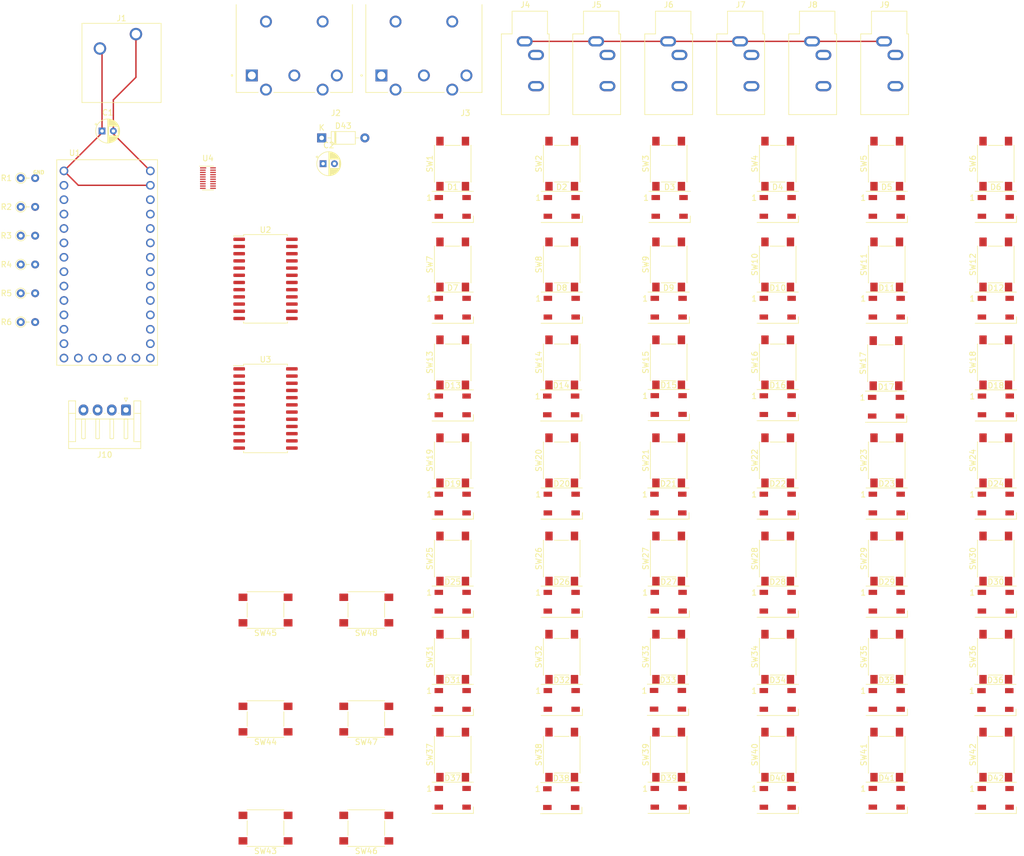
<source format=kicad_pcb>
(kicad_pcb (version 20211014) (generator pcbnew)
  (layers (0 "F.Cu" signal) (31 "B.Cu" signal) (34 "B.Paste" user) (35 "F.Paste" user) (36 "B.SilkS" user "B.Silkscreen") (37 "F.SilkS" user "F.Silkscreen") (38 "B.Mask" user) (39 "F.Mask" user) (44 "Edge.Cuts" user))
  (net 0 "")
  (net 1 "GND")
  (net 2 "Net-(D1-Pad2)")
  (net 3 "Net-(D2-Pad2)")
  (net 4 "Net-(D3-Pad2)")
  (net 5 "Net-(D4-Pad2)")
  (net 6 "Net-(D5-Pad2)")
  (net 7 "Net-(D6-Pad2)")
  (net 8 "Net-(D7-Pad2)")
  (net 9 "Net-(D8-Pad2)")
  (net 10 "Net-(D9-Pad2)")
  (net 11 "Net-(D10-Pad2)")
  (net 12 "Net-(D11-Pad2)")
  (net 13 "Net-(D12-Pad2)")
  (net 14 "Net-(D13-Pad2)")
  (net 15 "Net-(D14-Pad2)")
  (net 16 "Net-(D15-Pad2)")
  (net 17 "Net-(D16-Pad2)")
  (net 18 "Net-(D17-Pad2)")
  (net 19 "Net-(D18-Pad2)")
  (net 20 "Net-(D19-Pad2)")
  (net 21 "Net-(D20-Pad2)")
  (net 22 "Net-(D21-Pad2)")
  (net 23 "Net-(D22-Pad2)")
  (net 24 "Net-(D23-Pad2)")
  (net 25 "Net-(D25-Pad2)")
  (net 26 "Net-(D26-Pad2)")
  (net 27 "Net-(D27-Pad2)")
  (net 28 "Net-(D28-Pad2)")
  (net 29 "Net-(D29-Pad2)")
  (net 30 "Net-(D30-Pad2)")
  (net 31 "Net-(D31-Pad2)")
  (net 32 "Net-(D32-Pad2)")
  (net 33 "Net-(D33-Pad2)")
  (net 34 "Net-(D34-Pad2)")
  (net 35 "Net-(D35-Pad2)")
  (net 36 "Net-(D36-Pad2)")
  (net 37 "Net-(D37-Pad2)")
  (net 38 "Net-(D38-Pad2)")
  (net 39 "Net-(D39-Pad2)")
  (net 40 "Net-(D40-Pad2)")
  (net 41 "Net-(D41-Pad2)")
  (net 47 "E1")
  (net 48 "E2")
  (net 49 "E3")
  (net 50 "E4")
  (net 51 "E5")
  (net 52 "E6")
  (net 53 "Ctrl1")
  (net 54 "3VDC")
  (net 55 "Ctrl2")
  (net 56 "Ctrl3")
  (net 57 "Ctrl4")
  (net 58 "Ctrl5")
  (net 59 "Ctrl6")
  (net 60 "row1")
  (net 61 "col1")
  (net 62 "row2")
  (net 63 "row3")
  (net 64 "row4")
  (net 65 "row5")
  (net 66 "row6")
  (net 67 "row7")
  (net 68 "col2")
  (net 69 "col3")
  (net 70 "col4")
  (net 71 "col5")
  (net 72 "col6")
  (net 73 "MuxC3")
  (net 74 "MuxC2")
  (net 75 "MuxC1")
  (net 76 "MuxR3")
  (net 77 "MuxR2")
  (net 78 "MuxR1")
  (net 79 "LED")
  (net 81 "SDA")
  (net 82 "SCL")
  (net 99 "Net-(D1-Pad3)")
  (net 100 "Net-(D1-Pad1)")
  (net 101 "Net-(D11-Pad1)")
  (net 102 "Net-(D3-Pad3)")
  (net 103 "Net-(D10-Pad3)")
  (net 104 "Net-(D9-Pad1)")
  (net 105 "Net-(D6-Pad1)")
  (net 106 "Net-(D5-Pad1)")
  (net 107 "Net-(D6-Pad3)")
  (net 108 "Net-(D18-Pad1)")
  (net 109 "Net-(D17-Pad3)")
  (net 110 "Net-(D16-Pad1)")
  (net 111 "Net-(D10-Pad1)")
  (net 112 "Net-(D14-Pad1)")
  (net 113 "Net-(D13-Pad3)")
  (net 114 "Net-(D24-Pad3)")
  (net 115 "Net-(D23-Pad1)")
  (net 116 "Net-(D22-Pad3)")
  (net 117 "Net-(D21-Pad1)")
  (net 118 "Net-(D20-Pad3)")
  (net 119 "Net-(D18-Pad3)")
  (net 120 "Net-(D19-Pad3)")
  (net 121 "Net-(D29-Pad3)")
  (net 122 "Net-(D28-Pad1)")
  (net 123 "Net-(D27-Pad3)")
  (net 124 "Net-(D23-Pad3)")
  (net 125 "Net-(D24-Pad2)")
  (net 126 "Net-(D24-Pad1)")
  (net 127 "Net-(D36-Pad3)")
  (net 128 "Net-(D35-Pad1)")
  (net 129 "Net-(D34-Pad3)")
  (net 130 "Net-(D33-Pad1)")
  (net 131 "Net-(D32-Pad3)")
  (net 132 "Net-(D31-Pad1)")
  (net 133 "Net-(D42-Pad1)")
  (net 134 "Net-(D41-Pad3)")
  (net 135 "Net-(D40-Pad1)")
  (net 136 "Net-(D39-Pad3)")
  (net 137 "Net-(D38-Pad1)")
  (net 138 "Net-(D37-Pad3)")
  (net 139 "Net-(D39-Pad1)")
  (net 140 "Net-(D41-Pad1)")
  (net 141 "5VDC")
  (net 142 "LEDcntrl")
  (net 143 "MRC")
  (net 144 "MRR")
  (net 160 "Net-(D43-Pad1)")
  (net 161 "Net-(J2-Pad5)")
  (net 162 "Net-(J2-Pad4)")
  (net 163 "MIDI_OUT")
  (net 164 "Net-(J3-Pad5)")
  (net 165 "MIDIi3")
  (net 166 "MIDIo3")
  (net 167 "MIDI_IN")
  (footprint "Button_Switch_SMD:SW_SPST_PTS645" (layer "F.Cu") (at 170.414563 78.374437 90)
    (fp_text reference "SW17")
    (fp_text value "SW_Push")
  )
  (footprint "LED_SMD:LED_WS2812B_PLCC4_5.0x5.0mm_P3.2mm" (layer "F.Cu") (at 113.22 68.58)
    (fp_text reference "D8")
    (fp_text value "WS2812B")
  )
  (footprint "Connector_Audio:Jack_3.5mm_CUI_SJ1-3533NG_Horizontal" (layer "F.Cu") (at 119.28 21.6)
    (fp_text reference "J5")
    (fp_text value "AudioJack2")
  )
  (footprint "Button_Switch_SMD:SW_SPST_PTS645" (layer "F.Cu") (at 151.315 78.230714 90)
    (fp_text reference "SW16")
    (fp_text value "SW_Push")
  )
  (footprint "LED_SMD:LED_WS2812B_PLCC4_5.0x5.0mm_P3.2mm" (layer "F.Cu") (at 151.315 68.58)
    (fp_text reference "D10")
    (fp_text value "WS2812B")
  )
  (footprint "Button_Switch_SMD:SW_SPST_PTS645" (layer "F.Cu") (at 151.315 95.513547 90)
    (fp_text reference "SW22")
    (fp_text value "SW_Push")
  )
  (footprint "Capacitor_THT:CP_Radial_D4.0mm_P2.00mm" (layer "F.Cu") (at 71.12 43.18)
    (fp_text reference "C2")
    (fp_text value "10uF")
  )
  (footprint "Button_Switch_SMD:SW_SPST_PTS645" (layer "F.Cu") (at 189.785 95.513547 90)
    (fp_text reference "SW24")
    (fp_text value "SW_Push")
  )
  (footprint "Connector_Audio:Jack_3.5mm_CUI_SJ1-3533NG_Horizontal" (layer "F.Cu") (at 170.08 21.6)
    (fp_text reference "J9")
    (fp_text value "AudioJack2")
  )
  (footprint "LED_SMD:LED_WS2812B_PLCC4_5.0x5.0mm_P3.2mm" (layer "F.Cu") (at 170.55 68.58)
    (fp_text reference "D11")
    (fp_text value "WS2812B")
  )
  (footprint "Button_Switch_SMD:SW_SPST_PTS645" (layer "F.Cu") (at 189.785 147.438325 90)
    (fp_text reference "SW42")
    (fp_text value "SW_Push")
  )
  (footprint "Connector_Audio:Jack_3.5mm_CUI_SJ1-3533NG_Horizontal" (layer "F.Cu") (at 106.68 21.6)
    (fp_text reference "J4")
    (fp_text value "AudioJack2")
  )
  (footprint "Button_Switch_SMD:SW_SPST_PTS645" (layer "F.Cu") (at 151.315 130.161628 90)
    (fp_text reference "SW34")
    (fp_text value "SW_Push")
  )
  (footprint "Resistor_THT:R_Axial_DIN0204_L3.6mm_D1.6mm_P2.54mm_Vertical" (layer "F.Cu") (at 17.78 50.8)
    (fp_text reference "R2")
    (fp_text value "10k")
  )
  (footprint "Button_Switch_Keyboard:SW_Cherry_MX_2.00u_PCB" (layer "F.Cu") (at 38.1 20.32)
    (fp_text reference "J1")
    (fp_text value "Jack-DC")
  )
  (footprint "LED_SMD:LED_WS2812B_PLCC4_5.0x5.0mm_P3.2mm" (layer "F.Cu") (at 93.98 155.042077)
    (fp_text reference "D37")
    (fp_text value "WS2812B")
  )
  (footprint "Connector_Audio:Jack_3.5mm_CUI_SJ1-3533NG_Horizontal" (layer "F.Cu") (at 131.98 21.6)
    (fp_text reference "J6")
    (fp_text value "AudioJack2")
  )
  (footprint "Resistor_THT:R_Axial_DIN0204_L3.6mm_D1.6mm_P2.54mm_Vertical" (layer "F.Cu") (at 17.78 66.04)
    (fp_text reference "R5")
    (fp_text value "10k")
  )
  (footprint "Button_Switch_SMD:SW_SPST_PTS645" (layer "F.Cu") (at 170.55 130.161628 90)
    (fp_text reference "SW35")
    (fp_text value "SW_Push")
  )
  (footprint "LED_SMD:LED_WS2812B_PLCC4_5.0x5.0mm_P3.2mm" (layer "F.Cu") (at 151.322071 155.05568)
    (fp_text reference "D40")
    (fp_text value "WS2812B")
  )
  (footprint "teensy 4.0:MODULE_DEV-15583" (layer "F.Cu") (at 33.02 60.96)
    (fp_text reference "U1")
    (fp_text value "brain")
  )
  (footprint "LED_SMD:LED_WS2812B_PLCC4_5.0x5.0mm_P3.2mm" (layer "F.Cu") (at 132.247 50.8)
    (fp_text reference "D3")
    (fp_text value "WS2812B")
  )
  (footprint "LED_SMD:LED_WS2812B_PLCC4_5.0x5.0mm_P3.2mm" (layer "F.Cu") (at 151.315 120.447557)
    (fp_text reference "D28")
    (fp_text value "WS2812B")
  )
  (footprint "Button_Switch_SMD:SW_SPST_PTS645" (layer "F.Cu") (at 132.08 95.513547 90)
    (fp_text reference "SW21")
    (fp_text value "SW_Push")
  )
  (footprint "Button_Switch_SMD:SW_SPST_PTS645" (layer "F.Cu") (at 151.315 60.96 90)
    (fp_text reference "SW10")
    (fp_text value "SW_Push")
  )
  (footprint "Button_Switch_SMD:SW_SPST_PTS645" (layer "F.Cu") (at 78.74 141.154999 180)
    (fp_text reference "SW47")
    (fp_text value "SW_Push")
  )
  (footprint "Button_Switch_SMD:SW_SPST_PTS645" (layer "F.Cu") (at 132.08 130.161628 90)
    (fp_text reference "SW33")
    (fp_text value "SW_Push")
  )
  (footprint "LED_SMD:LED_WS2812B_PLCC4_5.0x5.0mm_P3.2mm" (layer "F.Cu") (at 151.315 50.8)
    (fp_text reference "D4")
    (fp_text value "WS2812B")
  )
  (footprint "LED_SMD:LED_WS2812B_PLCC4_5.0x5.0mm_P3.2mm" (layer "F.Cu") (at 93.98 103.135469)
    (fp_text reference "D19")
    (fp_text value "WS2812B")
  )
  (footprint "Button_Switch_SMD:SW_SPST_PTS645" (layer "F.Cu") (at 151.315 147.438325 90)
    (fp_text reference "SW40")
    (fp_text value "SW_Push")
  )
  (footprint "LED_SMD:LED_WS2812B_PLCC4_5.0x5.0mm_P3.2mm" (layer "F.Cu") (at 170.55 120.447557)
    (fp_text reference "D29")
    (fp_text value "WS2812B")
  )
  (footprint "Connector_Audio:Jack_3.5mm_CUI_SJ1-3533NG_Horizontal" (layer "F.Cu") (at 157.38 21.6)
    (fp_text reference "J8")
    (fp_text value "AudioJack2")
  )
  (footprint "Button_Switch_SMD:SW_SPST_PTS645" (layer "F.Cu") (at 151.315 43.18 90)
    (fp_text reference "SW4")
    (fp_text value "SW_Push")
  )
  (footprint "Connector_Audio:Jack_3.5mm_CUI_SJ1-3533NG_Horizontal" (layer "F.Cu") (at 144.68 21.6)
    (fp_text reference "J7")
    (fp_text value "AudioJack2")
  )
  (footprint "Button_Switch_SMD:SW_SPST_PTS645" (layer "F.Cu") (at 93.98 95.513547 90)
    (fp_text reference "SW19")
    (fp_text value "SW_Push")
  )
  (footprint "Package_SO:SOIC-24W_7.5x15.4mm_P1.27mm" (layer "F.Cu") (at 60.96 63.5)
    (fp_text reference "U2")
    (fp_text value "CD74HC4067M")
  )
  (footprint "LED_SMD:LED_WS2812B_PLCC4_5.0x5.0mm_P3.2mm" (layer "F.Cu") (at 170.427488 86.049144)
    (fp_text reference "D17")
    (fp_text value "WS2812B")
  )
  (footprint "Button_Switch_SMD:SW_SPST_PTS645" (layer "F.Cu") (at 113.215 43.18 90)
    (fp_text reference "SW2")
    (fp_text value "SW_Push")
  )
  (footprint "Resistor_THT:R_Axial_DIN0204_L3.6mm_D1.6mm_P2.54mm_Vertical" (layer "F.Cu") (at 17.78 60.96)
    (fp_text reference "R4")
    (fp_text value "10k")
  )
  (footprint "Button_Switch_SMD:SW_SPST_PTS645" (layer "F.Cu") (at 151.315 112.840387 90)
    (fp_text reference "SW28")
    (fp_text value "SW_Push")
  )
  (footprint "Button_Switch_SMD:SW_SPST_PTS645" (layer "F.Cu") (at 93.98 43.18 90)
    (fp_text reference "SW1")
    (fp_text value "SW_Push")
  )
  (footprint "Button_Switch_SMD:SW_SPST_PTS645" (layer "F.Cu") (at 113.215 147.438325 90)
    (fp_text reference "SW38")
    (fp_text value "SW_Push")
  )
  (footprint "Button_Switch_SMD:SW_SPST_PTS645" (layer "F.Cu") (at 132.08 112.840387 90)
    (fp_text reference "SW27")
    (fp_text value "SW_Push")
  )
  (footprint "Button_Switch_SMD:SW_SPST_PTS645" (layer "F.Cu") (at 170.55 147.438325 90)
    (fp_text reference "SW41")
    (fp_text value "SW_Push")
  )
  (footprint "Button_Switch_SMD:SW_SPST_PTS645" (layer "F.Cu") (at 132.08 60.96 90)
    (fp_text reference "SW9")
    (fp_text value "SW_Push")
  )
  (footprint "LED_SMD:LED_WS2812B_PLCC4_5.0x5.0mm_P3.2mm" (layer "F.Cu") (at 132.08 85.751404)
    (fp_text reference "D15")
    (fp_text value "WS2812B")
  )
  (footprint "Button_Switch_SMD:SW_SPST_PTS645" (layer "F.Cu") (at 113.215 95.513547 90)
    (fp_text reference "SW20")
    (fp_text value "SW_Push")
  )
  (footprint "LED_SMD:LED_WS2812B_PLCC4_5.0x5.0mm_P3.2mm" (layer "F.Cu") (at 189.766484 155.05568)
    (fp_text reference "D42")
    (fp_text value "WS2812B")
  )
  (footprint "LED_SMD:LED_WS2812B_PLCC4_5.0x5.0mm_P3.2mm" (layer "F.Cu") (at 93.98 50.8)
    (fp_text reference "D1")
    (fp_text value "WS2812B")
  )
  (footprint "LED_SMD:LED_WS2812B_PLCC4_5.0x5.0mm_P3.2mm" (layer "F.Cu") (at 151.315 85.772294)
    (fp_text reference "D16")
    (fp_text value "WS2812B")
  )
  (footprint "LED_SMD:LED_WS2812B_PLCC4_5.0x5.0mm_P3.2mm" (layer "F.Cu") (at 113.215 103.135469)
    (fp_text reference "D20")
    (fp_text value "WS2812B")
  )
  (footprint "Button_Switch_SMD:SW_SPST_PTS645" (layer "F.Cu") (at 189.785 112.840387 90)
    (fp_text reference "SW30")
    (fp_text value "SW_Push")
  )
  (footprint "Button_Switch_SMD:SW_SPST_PTS645" (layer "F.Cu") (at 170.55 112.840387 90)
    (fp_text reference "SW29")
    (fp_text value "SW_Push")
  )
  (footprint "Button_Switch_SMD:SW_SPST_PTS645" (layer "F.Cu") (at 189.785 43.18 90)
    (fp_text reference "SW6")
    (fp_text value "SW_Push")
  )
  (footprint "Button_Switch_SMD:SW_SPST_PTS645" (layer "F.Cu") (at 113.215 112.840387 90)
    (fp_text reference "SW26")
    (fp_text value "SW_Push")
  )
  (footprint "LED_SMD:LED_WS2812B_PLCC4_5.0x5.0mm_P3.2mm" (layer "F.Cu") (at 170.55 103.135469)
    (fp_text reference "D23")
    (fp_text value "WS2812B")
  )
  (footprint "Button_Switch_SMD:SW_SPST_PTS645" (layer "F.Cu") (at 170.55 60.96 90)
    (fp_text reference "SW11")
    (fp_text value "SW_Push")
  )
  (footprint "Button_Switch_SMD:SW_SPST_PTS645" (layer "F.Cu") (at 78.74 121.92 180)
    (fp_text reference "SW48")
    (fp_text value "SW_Push")
  )
  (footprint "LED_SMD:LED_WS2812B_PLCC4_5.0x5.0mm_P3.2mm" (layer "F.Cu") (at 113.215 50.8)
    (fp_text reference "D2")
    (fp_text value "WS2812B")
  )
  (footprint "Button_Switch_SMD:SW_SPST_PTS645" (layer "F.Cu") (at 60.96 160.39 180)
    (fp_text reference "SW43")
    (fp_text value "SW_Push")
  )
  (footprint "LED_SMD:LED_WS2812B_PLCC4_5.0x5.0mm_P3.2mm" (layer "F.Cu") (at 132.08 120.447557)
    (fp_text reference "D27")
    (fp_text value "WS2812B")
  )
  (footprint "Button_Switch_SMD:SW_SPST_PTS645" (layer "F.Cu") (at 132.08 43.18 90)
    (fp_text reference "SW3")
    (fp_text value "SW_Push")
  )
  (footprint "Button_Switch_SMD:SW_SPST_PTS645" (layer "F.Cu") (at 170.55 95.513547 90)
    (fp_text reference "SW23")
    (fp_text value "SW_Push")
  )
  (footprint "Resistor_THT:R_Axial_DIN0204_L3.6mm_D1.6mm_P2.54mm_Vertical" (layer "F.Cu") (at 17.78 45.72)
    (fp_text reference "R1")
    (fp_text value "10k")
  )
  (footprint "LED_SMD:LED_WS2812B_PLCC4_5.0x5.0mm_P3.2mm" (layer "F.Cu") (at 132.08 155.042077)
    (fp_text reference "D39")
    (fp_text value "WS2812B")
  )
  (footprint "LED_SMD:LED_WS2812B_PLCC4_5.0x5.0mm_P3.2mm" (layer "F.Cu") (at 189.785 68.58)
    (fp_text reference "D12")
    (fp_text value "WS2812B")
  )
  (footprint "Button_Switch_SMD:SW_SPST_PTS645" (layer "F.Cu") (at 93.98 112.840387 90)
    (fp_text reference "SW25")
    (fp_text value "SW_Push")
  )
  (footprint "LED_SMD:LED_WS2812B_PLCC4_5.0x5.0mm_P3.2mm" (layer "F.Cu") (at 189.715491 137.788402)
    (fp_text reference "D36")
    (fp_text value "WS2812B")
  )
  (footprint "LED_SMD:LED_WS2812B_PLCC4_5.0x5.0mm_P3.2mm" (layer "F.Cu") (at 93.98 137.774681)
    (fp_text reference "D31")
    (fp_text value "WS2812B")
  )
  (footprint "LED_SMD:LED_WS2812B_PLCC4_5.0x5.0mm_P3.2mm" (layer "F.Cu") (at 113.205386 120.452657)
    (fp_text reference "D26")
    (fp_text value "WS2812B")
  )
  (footprint "Button_Switch_SMD:SW_SPST_PTS645" (layer "F.Cu") (at 60.96 141.155 180)
    (fp_text reference "SW44")
    (fp_text value "SW_Push")
  )
  (footprint "LED_SMD:LED_WS2812B_PLCC4_5.0x5.0mm_P3.2mm" (layer "F.Cu") (at 189.785 120.447557)
    (fp_text reference "D30")
    (fp_text value "WS2812B")
  )
  (footprint "LED_SMD:LED_WS2812B_PLCC4_5.0x5.0mm_P3.2mm" (layer "F.Cu") (at 189.785 103.135469)
    (fp_text reference "D24")
    (fp_text value "WS2812B")
  )
  (footprint "Button_Switch_SMD:SW_SPST_PTS645" (layer "F.Cu") (at 93.98 147.438325 90)
    (fp_text reference "SW37")
    (fp_text value "SW_Push")
  )
  (footprint "Diode_THT:D_DO-35_SOD27_P7.62mm_Horizontal" (layer "F.Cu") (at 70.865199 38.63)
    (fp_text reference "D43")
    (fp_text value "1N4148")
  )
  (footprint "Button_Switch_SMD:SW_SPST_PTS645" (layer "F.Cu") (at 189.785 130.161628 90)
    (fp_text reference "SW36")
    (fp_text value "SW_Push")
  )
  (footprint "LED_SMD:LED_WS2812B_PLCC4_5.0x5.0mm_P3.2mm" (layer "F.Cu") (at 131.952783 137.750683)
    (fp_text reference "D33")
    (fp_text value "WS2812B")
  )
  (footprint "Button_Switch_SMD:SW_SPST_PTS645" (layer "F.Cu") (at 113.215 130.161628 90)
    (fp_text reference "SW32")
    (fp_text value "SW_Push")
  )
  (footprint "LED_SMD:LED_WS2812B_PLCC4_5.0x5.0mm_P3.2mm" (layer "F.Cu") (at 189.785 50.8)
    (fp_text reference "D6")
    (fp_text value "WS2812B")
  )
  (footprint "Capacitor_THT:CP_Radial_D4.0mm_P2.00mm" (layer "F.Cu") (at 32.117446 37.4125)
    (fp_text reference "C1")
    (fp_text value "10uF")
  )
  (footprint "Button_Switch_SMD:SW_SPST_PTS645" (layer "F.Cu") (at 60.96 121.92 180)
    (fp_text reference "SW45")
    (fp_text value "SW_Push")
  )
  (footprint "Button_Switch_SMD:SW_SPST_PTS645" (layer "F.Cu") (at 132.08 78.230714 90)
    (fp_text reference "SW15")
    (fp_text value "SW_Push")
  )
  (footprint "Button_Switch_SMD:SW_SPST_PTS645" (layer "F.Cu") (at 93.98 60.96 90)
    (fp_text reference "SW7")
    (fp_text value "SW_Push")
  )
  (footprint "LED_SMD:LED_WS2812B_PLCC4_5.0x5.0mm_P3.2mm" (layer "F.Cu") (at 93.98 68.58)
    (fp_text reference "D7")
    (fp_text value "WS2812B")
  )
  (footprint "Package_SON:USON-20_2x4mm_P0.4mm" (layer "F.Cu") (at 50.8 45.72)
    (fp_text reference "U4")
    (fp_text value "TXB0108DQSR")
  )
  (footprint "midiJack:KYCON_KCDX-5S-N" (layer "F.Cu") (at 88.9 22.86 180)
    (fp_text reference "J3")
    (fp_text value "MIDI-OUT")
  )
  (footprint "Button_Switch_SMD:SW_SPST_PTS645" (layer "F.Cu") (at 132.08 147.438325 90)
    (fp_text reference "SW39")
    (fp_text value "SW_Push")
  )
  (footprint "Connector_JST:JST_EH_S4B-EH_1x04_P2.50mm_Horizontal" (layer "F.Cu") (at 36.34 86.6275 180)
    (fp_text reference "J10")
    (fp_text value "Display Jumper")
  )
  (footprint "Button_Switch_SMD:SW_SPST_PTS645" (layer "F.Cu") (at 78.74 160.389999 180)
    (fp_text reference "SW46")
    (fp_text value "SW_Push")
  )
  (footprint "LED_SMD:LED_WS2812B_PLCC4_5.0x5.0mm_P3.2mm" (layer "F.Cu") (at 189.797979 85.819557)
    (fp_text reference "D18")
    (fp_text value "WS2812B")
  )
  (footprint "Button_Switch_SMD:SW_SPST_PTS645" (layer "F.Cu") (at 113.215 78.230714 90)
    (fp_text reference "SW14")
    (fp_text value "SW_Push")
  )
  (footprint "LED_SMD:LED_WS2812B_PLCC4_5.0x5.0mm_P3.2mm" (layer "F.Cu") (at 132.027663 103.135469)
    (fp_text reference "D21")
    (fp_text value "WS2812B")
  )
  (footprint "LED_SMD:LED_WS2812B_PLCC4_5.0x5.0mm_P3.2mm" (layer "F.Cu") (at 151.315 137.774681)
    (fp_text reference "D34")
    (fp_text value "WS2812B")
  )
  (footprint "LED_SMD:LED_WS2812B_PLCC4_5.0x5.0mm_P3.2mm" (layer "F.Cu") (at 170.55 137.774681)
    (fp_text reference "D35")
    (fp_text value "WS2812B")
  )
  (footprint "Button_Switch_SMD:SW_SPST_PTS645" (layer "F.Cu") (at 93.98 130.161628 90)
    (fp_text reference "SW31")
    (fp_text value "SW_Push")
  )
  (footprint "LED_SMD:LED_WS2812B_PLCC4_5.0x5.0mm_P3.2mm" (layer "F.Cu") (at 170.55 50.8)
    (fp_text reference "D5")
    (fp_text value "WS2812B")
  )
  (footprint "LED_SMD:LED_WS2812B_PLCC4_5.0x5.0mm_P3.2mm" (layer "F.Cu") (at 151.315 103.135469)
    (fp_text reference "D22")
    (fp_text value "WS2812B")
  )
  (footprint "Button_Switch_SMD:SW_SPST_PTS645" (layer "F.Cu") (at 113.215 60.96 90)
    (fp_text reference "SW8")
    (fp_text value "SW_Push")
  )
  (footprint "Button_Switch_SMD:SW_SPST_PTS645" (layer "F.Cu") (at 93.98 78.230714 90)
    (fp_text reference "SW13")
    (fp_text value "SW_Push")
  )
  (footprint "midiJack:KYCON_KCDX-5S-N" (layer "F.Cu") (at 66.04 22.86 180)
    (fp_text reference "J2")
    (fp_text value "MIDI-IN")
  )
  (footprint "LED_SMD:LED_WS2812B_PLCC4_5.0x5.0mm_P3.2mm" (layer "F.Cu") (at 132.08 68.58)
    (fp_text reference "D9")
    (fp_text value "WS2812B")
  )
  (footprint "Resistor_THT:R_Axial_DIN0204_L3.6mm_D1.6mm_P2.54mm_Vertical" (layer "F.Cu") (at 17.78 71.12)
    (fp_text reference "R6")
    (fp_text value "10k")
  )
  (footprint "Resistor_THT:R_Axial_DIN0204_L3.6mm_D1.6mm_P2.54mm_Vertical" (layer "F.Cu") (at 17.78 55.88)
    (fp_text reference "R3")
    (fp_text value "10k")
  )
  (footprint "LED_SMD:LED_WS2812B_PLCC4_5.0x5.0mm_P3.2mm" (layer "F.Cu") (at 93.98 85.82)
    (fp_text reference "D13")
    (fp_text value "WS2812B")
  )
  (footprint "Button_Switch_SMD:SW_SPST_PTS645" (layer "F.Cu") (at 170.55 43.18 90)
    (fp_text reference "SW5")
    (fp_text value "SW_Push")
  )
  (footprint "LED_SMD:LED_WS2812B_PLCC4_5.0x5.0mm_P3.2mm" (layer "F.Cu") (at 113.215 137.774681)
    (fp_text reference "D32")
    (fp_text value "WS2812B")
  )
  (footprint "Button_Switch_SMD:SW_SPST_PTS645" (layer "F.Cu") (at 189.785 78.230714 90)
    (fp_text reference "SW18")
    (fp_text value "SW_Push")
  )
  (footprint "LED_SMD:LED_WS2812B_PLCC4_5.0x5.0mm_P3.2mm" (layer "F.Cu") (at 93.98 120.447557)
    (fp_text reference "D25")
    (fp_text value "WS2812B")
  )
  (footprint "Package_SO:SOIC-24W_7.5x15.4mm_P1.27mm" (layer "F.Cu") (at 60.96 86.36)
    (fp_text reference "U3")
    (fp_text value "CD74HC4067M")
  )
  (footprint "LED_SMD:LED_WS2812B_PLCC4_5.0x5.0mm_P3.2mm" (layer "F.Cu") (at 113.128298 155.09424)
    (fp_text reference "D38")
    (fp_text value "WS2812B")
  )
  (footprint "LED_SMD:LED_WS2812B_PLCC4_5.0x5.0mm_P3.2mm" (layer "F.Cu") (at 170.544277 155.0364)
    (fp_text reference "D41")
    (fp_text value "WS2812B")
  )
  (footprint "Button_Switch_SMD:SW_SPST_PTS645" (layer "F.Cu") (at 189.785 60.96 90)
    (fp_text reference "SW12")
    (fp_text value "SW_Push")
  )
  (footprint "LED_SMD:LED_WS2812B_PLCC4_5.0x5.0mm_P3.2mm" (layer "F.Cu") (at 113.118357 85.82)
    (fp_text reference "D14")
    (fp_text value "WS2812B")
  )
  (segment (start 25.4 44.45) (end 27.94 46.99) (width 0.25) (layer "F.Cu") (net 1))
  (segment (start 144.68 21.6) (end 131.98 21.6) (width 0.25) (layer "F.Cu") (net 1))
  (segment (start 32.117446 23.227446) (end 31.75 22.86) (width 0.25) (layer "F.Cu") (net 1))
  (segment (start 131.98 21.6) (end 119.28 21.6) (width 0.25) (layer "F.Cu") (net 1))
  (segment (start 170.08 21.6) (end 157.38 21.6) (width 0.25) (layer "F.Cu") (net 1))
  (segment (start 32.117446 37.4125) (end 32.117446 23.227446) (width 0.25) (layer "F.Cu") (net 1))
  (segment (start 106.68 21.6) (end 119.28 21.6) (width 0.25) (layer "F.Cu") (net 1))
  (segment (start 32.117446 37.4125) (end 32.117446 37.732554) (width 0.25) (layer "F.Cu") (net 1))
  (segment (start 32.117446 37.732554) (end 25.4 44.45) (width 0.25) (layer "F.Cu") (net 1))
  (segment (start 27.94 46.99) (end 40.64 46.99) (width 0.25) (layer "F.Cu") (net 1))
  (segment (start 157.38 21.6) (end 144.68 21.6) (width 0.25) (layer "F.Cu") (net 1))
  (segment (start 34.117446 31.922554) (end 38.1 27.94) (width 0.25) (layer "F.Cu") (net 141))
  (segment (start 38.1 27.94) (end 38.1 20.32) (width 0.25) (layer "F.Cu") (net 141))
  (segment (start 40.64 44.45) (end 34.117446 37.927446) (width 0.25) (layer "F.Cu") (net 141))
  (segment (start 34.117446 37.4125) (end 34.117446 31.922554) (width 0.25) (layer "F.Cu") (net 141))
  (segment (start 34.117446 37.927446) (end 34.117446 37.4125) (width 0.25) (layer "F.Cu") (net 141))
)
</source>
